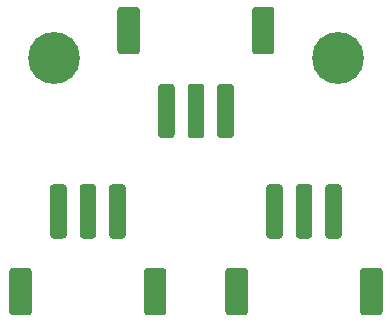
<source format=gts>
G04 #@! TF.GenerationSoftware,KiCad,Pcbnew,5.1.6+dfsg1-1*
G04 #@! TF.CreationDate,2020-08-30T15:38:22-05:00*
G04 #@! TF.ProjectId,no_touchy,6e6f5f74-6f75-4636-9879-2e6b69636164,rev?*
G04 #@! TF.SameCoordinates,Original*
G04 #@! TF.FileFunction,Soldermask,Top*
G04 #@! TF.FilePolarity,Negative*
%FSLAX46Y46*%
G04 Gerber Fmt 4.6, Leading zero omitted, Abs format (unit mm)*
G04 Created by KiCad (PCBNEW 5.1.6+dfsg1-1) date 2020-08-30 15:38:22*
%MOMM*%
%LPD*%
G01*
G04 APERTURE LIST*
%ADD10C,4.400000*%
G04 APERTURE END LIST*
G36*
G01*
X141350000Y-115135900D02*
X141350000Y-111664100D01*
G75*
G02*
X141614100Y-111400000I264100J0D01*
G01*
X142985900Y-111400000D01*
G75*
G02*
X143250000Y-111664100I0J-264100D01*
G01*
X143250000Y-115135900D01*
G75*
G02*
X142985900Y-115400000I-264100J0D01*
G01*
X141614100Y-115400000D01*
G75*
G02*
X141350000Y-115135900I0J264100D01*
G01*
G37*
G36*
G01*
X138400000Y-108631200D02*
X138400000Y-104568800D01*
G75*
G02*
X138668800Y-104300000I268800J0D01*
G01*
X139531200Y-104300000D01*
G75*
G02*
X139800000Y-104568800I0J-268800D01*
G01*
X139800000Y-108631200D01*
G75*
G02*
X139531200Y-108900000I-268800J0D01*
G01*
X138668800Y-108900000D01*
G75*
G02*
X138400000Y-108631200I0J268800D01*
G01*
G37*
G36*
G01*
X135900000Y-108631200D02*
X135900000Y-104568800D01*
G75*
G02*
X136168800Y-104300000I268800J0D01*
G01*
X137031200Y-104300000D01*
G75*
G02*
X137300000Y-104568800I0J-268800D01*
G01*
X137300000Y-108631200D01*
G75*
G02*
X137031200Y-108900000I-268800J0D01*
G01*
X136168800Y-108900000D01*
G75*
G02*
X135900000Y-108631200I0J268800D01*
G01*
G37*
G36*
G01*
X133400000Y-108631200D02*
X133400000Y-104568800D01*
G75*
G02*
X133668800Y-104300000I268800J0D01*
G01*
X134531200Y-104300000D01*
G75*
G02*
X134800000Y-104568800I0J-268800D01*
G01*
X134800000Y-108631200D01*
G75*
G02*
X134531200Y-108900000I-268800J0D01*
G01*
X133668800Y-108900000D01*
G75*
G02*
X133400000Y-108631200I0J268800D01*
G01*
G37*
G36*
G01*
X129950000Y-115135900D02*
X129950000Y-111664100D01*
G75*
G02*
X130214100Y-111400000I264100J0D01*
G01*
X131585900Y-111400000D01*
G75*
G02*
X131850000Y-111664100I0J-264100D01*
G01*
X131850000Y-115135900D01*
G75*
G02*
X131585900Y-115400000I-264100J0D01*
G01*
X130214100Y-115400000D01*
G75*
G02*
X129950000Y-115135900I0J264100D01*
G01*
G37*
G36*
G01*
X152400000Y-89564100D02*
X152400000Y-93035900D01*
G75*
G02*
X152135900Y-93300000I-264100J0D01*
G01*
X150764100Y-93300000D01*
G75*
G02*
X150500000Y-93035900I0J264100D01*
G01*
X150500000Y-89564100D01*
G75*
G02*
X150764100Y-89300000I264100J0D01*
G01*
X152135900Y-89300000D01*
G75*
G02*
X152400000Y-89564100I0J-264100D01*
G01*
G37*
G36*
G01*
X148950000Y-96068800D02*
X148950000Y-100131200D01*
G75*
G02*
X148681200Y-100400000I-268800J0D01*
G01*
X147818800Y-100400000D01*
G75*
G02*
X147550000Y-100131200I0J268800D01*
G01*
X147550000Y-96068800D01*
G75*
G02*
X147818800Y-95800000I268800J0D01*
G01*
X148681200Y-95800000D01*
G75*
G02*
X148950000Y-96068800I0J-268800D01*
G01*
G37*
G36*
G01*
X146450000Y-96068800D02*
X146450000Y-100131200D01*
G75*
G02*
X146181200Y-100400000I-268800J0D01*
G01*
X145318800Y-100400000D01*
G75*
G02*
X145050000Y-100131200I0J268800D01*
G01*
X145050000Y-96068800D01*
G75*
G02*
X145318800Y-95800000I268800J0D01*
G01*
X146181200Y-95800000D01*
G75*
G02*
X146450000Y-96068800I0J-268800D01*
G01*
G37*
G36*
G01*
X143950000Y-96068800D02*
X143950000Y-100131200D01*
G75*
G02*
X143681200Y-100400000I-268800J0D01*
G01*
X142818800Y-100400000D01*
G75*
G02*
X142550000Y-100131200I0J268800D01*
G01*
X142550000Y-96068800D01*
G75*
G02*
X142818800Y-95800000I268800J0D01*
G01*
X143681200Y-95800000D01*
G75*
G02*
X143950000Y-96068800I0J-268800D01*
G01*
G37*
G36*
G01*
X141000000Y-89564100D02*
X141000000Y-93035900D01*
G75*
G02*
X140735900Y-93300000I-264100J0D01*
G01*
X139364100Y-93300000D01*
G75*
G02*
X139100000Y-93035900I0J264100D01*
G01*
X139100000Y-89564100D01*
G75*
G02*
X139364100Y-89300000I264100J0D01*
G01*
X140735900Y-89300000D01*
G75*
G02*
X141000000Y-89564100I0J-264100D01*
G01*
G37*
G36*
G01*
X159650000Y-115135900D02*
X159650000Y-111664100D01*
G75*
G02*
X159914100Y-111400000I264100J0D01*
G01*
X161285900Y-111400000D01*
G75*
G02*
X161550000Y-111664100I0J-264100D01*
G01*
X161550000Y-115135900D01*
G75*
G02*
X161285900Y-115400000I-264100J0D01*
G01*
X159914100Y-115400000D01*
G75*
G02*
X159650000Y-115135900I0J264100D01*
G01*
G37*
G36*
G01*
X156700000Y-108631200D02*
X156700000Y-104568800D01*
G75*
G02*
X156968800Y-104300000I268800J0D01*
G01*
X157831200Y-104300000D01*
G75*
G02*
X158100000Y-104568800I0J-268800D01*
G01*
X158100000Y-108631200D01*
G75*
G02*
X157831200Y-108900000I-268800J0D01*
G01*
X156968800Y-108900000D01*
G75*
G02*
X156700000Y-108631200I0J268800D01*
G01*
G37*
G36*
G01*
X154200000Y-108631200D02*
X154200000Y-104568800D01*
G75*
G02*
X154468800Y-104300000I268800J0D01*
G01*
X155331200Y-104300000D01*
G75*
G02*
X155600000Y-104568800I0J-268800D01*
G01*
X155600000Y-108631200D01*
G75*
G02*
X155331200Y-108900000I-268800J0D01*
G01*
X154468800Y-108900000D01*
G75*
G02*
X154200000Y-108631200I0J268800D01*
G01*
G37*
G36*
G01*
X151700000Y-108631200D02*
X151700000Y-104568800D01*
G75*
G02*
X151968800Y-104300000I268800J0D01*
G01*
X152831200Y-104300000D01*
G75*
G02*
X153100000Y-104568800I0J-268800D01*
G01*
X153100000Y-108631200D01*
G75*
G02*
X152831200Y-108900000I-268800J0D01*
G01*
X151968800Y-108900000D01*
G75*
G02*
X151700000Y-108631200I0J268800D01*
G01*
G37*
G36*
G01*
X148250000Y-115135900D02*
X148250000Y-111664100D01*
G75*
G02*
X148514100Y-111400000I264100J0D01*
G01*
X149885900Y-111400000D01*
G75*
G02*
X150150000Y-111664100I0J-264100D01*
G01*
X150150000Y-115135900D01*
G75*
G02*
X149885900Y-115400000I-264100J0D01*
G01*
X148514100Y-115400000D01*
G75*
G02*
X148250000Y-115135900I0J264100D01*
G01*
G37*
D10*
X133750000Y-93600000D03*
X157750000Y-93600000D03*
M02*

</source>
